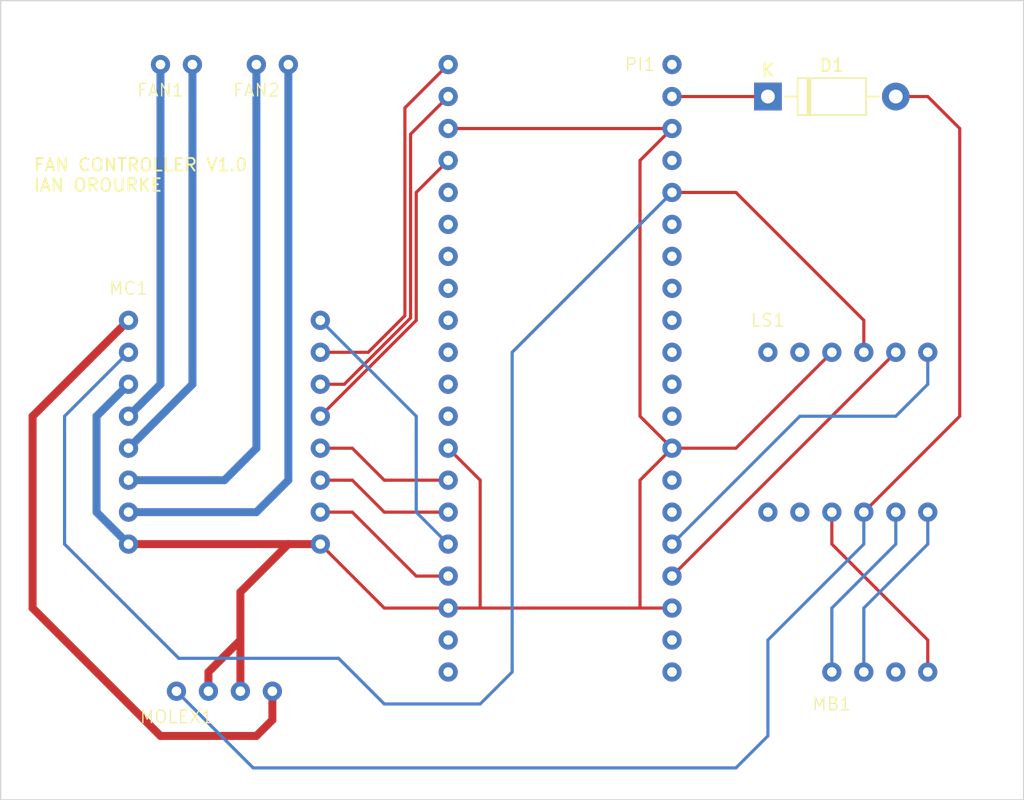
<source format=kicad_pcb>
(kicad_pcb (version 20221018) (generator pcbnew)
  (title_block (title "PC Case Voltage Fan Adapter") (rev "1"))
  (layers (0 "F.Cu" signal) (31 "B.Cu" signal) (34 "B.Paste" user) (35 "F.Paste" user) (36 "B.SilkS" user "B.Silkscreen") (37 "F.SilkS" user "F.Silkscreen") (38 "B.Mask" user) (39 "F.Mask" user) (44 "Edge.Cuts" user))
  (net 0 "")
  (net 1 "Net-(D1-K)")
  (net 2 "Net-(D1-A)")
  (net 3 "Net-(FAN1-GND)")
  (net 4 "Net-(FAN1-+12V)")
  (net 5 "Net-(FAN2-GND)")
  (net 6 "Net-(FAN2-+12V)")
  (net 7 "Net-(MC1-VM)")
  (net 8 "Net-(MC1-PWMB)")
  (net 9 "Net-(MC1-BIN2)")
  (net 10 "Net-(MC1-BIN1)")
  (net 11 "Net-(MC1-STBY)")
  (net 12 "Net-(MC1-AIN1)")
  (net 13 "Net-(MC1-AIN2)")
  (net 14 "Net-(MC1-PWMA)")
  (net 26 "Net-(PI1-GPIO19)")
  (net 27 "Net-(PI1-GPIO18)")
  (net 37 "Net-(LS1-LV)")
  (net 42 "Net-(MB1-TACH)")
  (net 43 "Net-(MB1-PWM)")
  (net 44 "Net-(MB1-GND)")
  (net 49 "Net-(LS1-GND-Pad4)")
  (footprint "Diode_THT:D_DO-41_SOD81_P10.16mm_Horizontal" (layer "F.Cu") (at 137.16 63.5)
    (fp_text reference "D1" (at 5.08 -2.47) (layer "F.SilkS"))
    (fp_text value "1N5817")
    (fp_text user "K" (at 0 -2.1) (layer "F.SilkS"))
    (fp_line (start 1.34 0) (end 2.36 0) (stroke (width 0.12)) (layer "F.SilkS"))
    (fp_line (start 2.36 -1.47) (end 2.36 1.47) (stroke (width 0.12)) (layer "F.SilkS"))
    (fp_line (start 2.36 1.47) (end 7.8 1.47) (stroke (width 0.12)) (layer "F.SilkS"))
    (fp_line (start 3.14 -1.47) (end 3.14 1.47) (stroke (width 0.12)) (layer "F.SilkS"))
    (fp_line (start 3.26 -1.47) (end 3.26 1.47) (stroke (width 0.12)) (layer "F.SilkS"))
    (fp_line (start 3.38 -1.47) (end 3.38 1.47) (stroke (width 0.12)) (layer "F.SilkS"))
    (fp_line (start 7.8 -1.47) (end 2.36 -1.47) (stroke (width 0.12)) (layer "F.SilkS"))
    (fp_line (start 7.8 1.47) (end 7.8 -1.47) (stroke (width 0.12)) (layer "F.SilkS"))
    (fp_line (start 8.82 0) (end 7.8 0) (stroke (width 0.12)) (layer "F.SilkS"))
    (pad "1" thru_hole rect (at 0 0) (size 2.2 2.2) (drill 1.1) (layers "*.Cu" "*.Mask") (net 1 "Net-(D1-K)"))
    (pad "2" thru_hole oval (at 10.16 0) (size 2.2 2.2) (drill 1.1) (layers "*.Cu" "*.Mask") (net 2 "Net-(D1-A)"))
  )
  (footprint "Project Components:SF-TB6612FNG" (layer "F.Cu") (at 86.36 88.9)
    (fp_text reference "MC1" (at 0 -10.16 unlocked) (layer "F.SilkS") (effects (font (thickness 0.1))))
    (fp_text value "SF-TB6612FNG")
    (pad "1" thru_hole circle (at 0 10.16) (size 1.524 1.524) (drill 0.762) (layers "*.Cu" "*.Mask") (net 49 "Net-(LS1-GND-Pad4)"))
    (pad "2" thru_hole circle (at 0 7.62) (size 1.524 1.524) (drill 0.762) (layers "*.Cu" "*.Mask") (net 6 "Net-(FAN2-+12V)"))
    (pad "3" thru_hole circle (at 0 5.08) (size 1.524 1.524) (drill 0.762) (layers "*.Cu" "*.Mask") (net 5 "Net-(FAN2-GND)"))
    (pad "4" thru_hole circle (at 0 2.54) (size 1.524 1.524) (drill 0.762) (layers "*.Cu" "*.Mask") (net 4 "Net-(FAN1-+12V)"))
    (pad "5" thru_hole circle (at 0 0) (size 1.524 1.524) (drill 0.762) (layers "*.Cu" "*.Mask") (net 3 "Net-(FAN1-GND)"))
    (pad "6" thru_hole circle (at 0 -2.54) (size 1.524 1.524) (drill 0.762) (layers "*.Cu" "*.Mask") (net 49 "Net-(LS1-GND-Pad4)"))
    (pad "7" thru_hole circle (at 0 -5.08) (size 1.524 1.524) (drill 0.762) (layers "*.Cu" "*.Mask") (net 37 "Net-(LS1-LV)"))
    (pad "8" thru_hole circle (at 0 -7.62) (size 1.524 1.524) (drill 0.762) (layers "*.Cu" "*.Mask") (net 7 "Net-(MC1-VM)"))
    (pad "9" thru_hole circle (at 15.24 10.16) (size 1.524 1.524) (drill 0.762) (layers "*.Cu" "*.Mask") (net 49 "Net-(LS1-GND-Pad4)"))
    (pad "10" thru_hole circle (at 15.24 7.62) (size 1.524 1.524) (drill 0.762) (layers "*.Cu" "*.Mask") (net 8 "Net-(MC1-PWMB)"))
    (pad "11" thru_hole circle (at 15.24 5.08) (size 1.524 1.524) (drill 0.762) (layers "*.Cu" "*.Mask") (net 9 "Net-(MC1-BIN2)"))
    (pad "12" thru_hole circle (at 15.24 2.54) (size 1.524 1.524) (drill 0.762) (layers "*.Cu" "*.Mask") (net 10 "Net-(MC1-BIN1)"))
    (pad "13" thru_hole circle (at 15.24 0) (size 1.524 1.524) (drill 0.762) (layers "*.Cu" "*.Mask") (net 11 "Net-(MC1-STBY)"))
    (pad "14" thru_hole circle (at 15.24 -2.54) (size 1.524 1.524) (drill 0.762) (layers "*.Cu" "*.Mask") (net 12 "Net-(MC1-AIN1)"))
    (pad "15" thru_hole circle (at 15.24 -5.08) (size 1.524 1.524) (drill 0.762) (layers "*.Cu" "*.Mask") (net 13 "Net-(MC1-AIN2)"))
    (pad "16" thru_hole circle (at 15.24 -7.62) (size 1.524 1.524) (drill 0.762) (layers "*.Cu" "*.Mask") (net 14 "Net-(MC1-PWMA)"))
  )
  (footprint "Project Components:Level_Shifter" (layer "F.Cu") (at 137.16 96.52 90)
    (fp_text reference "LS1" (at 15.24 0 unlocked) (layer "F.SilkS") (effects (font (thickness 0.1))))
    (fp_text value "~")
    (pad "1" thru_hole circle (at 12.7 12.7 90) (size 1.524 1.524) (drill 0.762) (layers "*.Cu" "*.Mask") (net 26 "Net-(PI1-GPIO19)"))
    (pad "2" thru_hole circle (at 12.7 10.16 90) (size 1.524 1.524) (drill 0.762) (layers "*.Cu" "*.Mask") (net 27 "Net-(PI1-GPIO18)"))
    (pad "3" thru_hole circle (at 12.7 7.62 90) (size 1.524 1.524) (drill 0.762) (layers "*.Cu" "*.Mask") (net 37 "Net-(LS1-LV)"))
    (pad "4" thru_hole circle (at 12.7 5.08 90) (size 1.524 1.524) (drill 0.762) (layers "*.Cu" "*.Mask") (net 49 "Net-(LS1-GND-Pad4)"))
    (pad "5" thru_hole circle (at 12.7 2.54 90) (size 1.524 1.524) (drill 0.762) (layers "*.Cu" "*.Mask"))
    (pad "6" thru_hole circle (at 12.7 0 90) (size 1.524 1.524) (drill 0.762) (layers "*.Cu" "*.Mask"))
    (pad "7" thru_hole circle (at 0 12.7 90) (size 1.524 1.524) (drill 0.762) (layers "*.Cu" "*.Mask") (net 42 "Net-(MB1-TACH)"))
    (pad "8" thru_hole circle (at 0 10.16 90) (size 1.524 1.524) (drill 0.762) (layers "*.Cu" "*.Mask") (net 43 "Net-(MB1-PWM)"))
    (pad "9" thru_hole circle (at 0 7.62 90) (size 1.524 1.524) (drill 0.762) (layers "*.Cu" "*.Mask") (net 2 "Net-(D1-A)"))
    (pad "10" thru_hole circle (at 0 5.08 90) (size 1.524 1.524) (drill 0.762) (layers "*.Cu" "*.Mask") (net 44 "Net-(MB1-GND)"))
    (pad "11" thru_hole circle (at 0 2.54 90) (size 1.524 1.524) (drill 0.762) (layers "*.Cu" "*.Mask"))
    (pad "12" thru_hole circle (at 0 0 90) (size 1.524 1.524) (drill 0.762) (layers "*.Cu" "*.Mask"))
  )
  (footprint "Project Components:Fan Connector" (layer "F.Cu") (at 96.52 63.5)
    (fp_text reference "FAN2" (at 0 -0.5 unlocked) (layer "F.SilkS") (effects (font (thickness 0.1))))
    (fp_text value "~")
    (pad "1" thru_hole circle (at 0 -2.54) (size 1.524 1.524) (drill 0.762) (layers "*.Cu" "*.Mask") (net 5 "Net-(FAN2-GND)"))
    (pad "2" thru_hole circle (at 2.54 -2.54) (size 1.524 1.524) (drill 0.762) (layers "*.Cu" "*.Mask") (net 6 "Net-(FAN2-+12V)"))
  )
  (footprint "Project Components:MB_Fan_Header" (layer "F.Cu") (at 149.86 106.68 180)
    (fp_text reference "MB1" (at 7.62 -5.08 unlocked) (layer "F.SilkS") (effects (font (thickness 0.1))))
    (fp_text value "~")
    (pad "1" thru_hole circle (at 0 -2.54 180) (size 1.524 1.524) (drill 0.762) (layers "*.Cu" "*.Mask") (net 44 "Net-(MB1-GND)"))
    (pad "2" thru_hole circle (at 2.54 -2.54 180) (size 1.524 1.524) (drill 0.762) (layers "*.Cu" "*.Mask"))
    (pad "3" thru_hole circle (at 5.08 -2.54 180) (size 1.524 1.524) (drill 0.762) (layers "*.Cu" "*.Mask") (net 42 "Net-(MB1-TACH)"))
    (pad "4" thru_hole circle (at 7.62 -2.54 180) (size 1.524 1.524) (drill 0.762) (layers "*.Cu" "*.Mask") (net 43 "Net-(MB1-PWM)"))
  )
  (footprint "Project Components:Fan Connector" (layer "F.Cu") (at 88.9 63.5)
    (fp_text reference "FAN1" (at 0 -0.5 unlocked) (layer "F.SilkS") (effects (font (thickness 0.1))))
    (fp_text value "~")
    (pad "1" thru_hole circle (at 0 -2.54) (size 1.524 1.524) (drill 0.762) (layers "*.Cu" "*.Mask") (net 3 "Net-(FAN1-GND)"))
    (pad "2" thru_hole circle (at 2.54 -2.54) (size 1.524 1.524) (drill 0.762) (layers "*.Cu" "*.Mask") (net 4 "Net-(FAN1-+12V)"))
  )
  (footprint "Project Components:RPi Pico" (layer "F.Cu") (at 111.76 81.28)
    (fp_text reference "PI1" (at 15.24 -20.32 unlocked) (layer "F.SilkS") (effects (font (thickness 0.1))))
    (fp_text value "RPi Pico")
    (pad "1" thru_hole circle (at 0 -20.32) (size 1.524 1.524) (drill 0.762) (layers "*.Cu" "*.Mask") (net 13 "Net-(MC1-AIN2)"))
    (pad "2" thru_hole circle (at 0 -17.78) (size 1.524 1.524) (drill 0.762) (layers "*.Cu" "*.Mask") (net 12 "Net-(MC1-AIN1)"))
    (pad "3" thru_hole circle (at 0 -15.24) (size 1.524 1.524) (drill 0.762) (layers "*.Cu" "*.Mask") (net 49 "Net-(LS1-GND-Pad4)"))
    (pad "4" thru_hole circle (at 0 -12.7) (size 1.524 1.524) (drill 0.762) (layers "*.Cu" "*.Mask") (net 11 "Net-(MC1-STBY)"))
    (pad "5" thru_hole circle (at 0 -10.16) (size 1.524 1.524) (drill 0.762) (layers "*.Cu" "*.Mask"))
    (pad "6" thru_hole circle (at 0 -7.62) (size 1.524 1.524) (drill 0.762) (layers "*.Cu" "*.Mask"))
    (pad "7" thru_hole circle (at 0 -5.08) (size 1.524 1.524) (drill 0.762) (layers "*.Cu" "*.Mask"))
    (pad "8" thru_hole circle (at 0 -2.54) (size 1.524 1.524) (drill 0.762) (layers "*.Cu" "*.Mask"))
    (pad "9" thru_hole circle (at 0 0) (size 1.524 1.524) (drill 0.762) (layers "*.Cu" "*.Mask"))
    (pad "10" thru_hole circle (at 0 2.54) (size 1.524 1.524) (drill 0.762) (layers "*.Cu" "*.Mask"))
    (pad "11" thru_hole circle (at 0 5.08) (size 1.524 1.524) (drill 0.762) (layers "*.Cu" "*.Mask"))
    (pad "12" thru_hole circle (at 0 7.62) (size 1.524 1.524) (drill 0.762) (layers "*.Cu" "*.Mask"))
    (pad "13" thru_hole circle (at 0 10.16) (size 1.524 1.524) (drill 0.762) (layers "*.Cu" "*.Mask") (net 49 "Net-(LS1-GND-Pad4)"))
    (pad "14" thru_hole circle (at 0 12.7) (size 1.524 1.524) (drill 0.762) (layers "*.Cu" "*.Mask") (net 10 "Net-(MC1-BIN1)"))
    (pad "15" thru_hole circle (at 0 15.24) (size 1.524 1.524) (drill 0.762) (layers "*.Cu" "*.Mask") (net 9 "Net-(MC1-BIN2)"))
    (pad "16" thru_hole circle (at 0 17.78) (size 1.524 1.524) (drill 0.762) (layers "*.Cu" "*.Mask") (net 14 "Net-(MC1-PWMA)"))
    (pad "17" thru_hole circle (at 0 20.32) (size 1.524 1.524) (drill 0.762) (layers "*.Cu" "*.Mask") (net 8 "Net-(MC1-PWMB)"))
    (pad "18" thru_hole circle (at 0 22.86) (size 1.524 1.524) (drill 0.762) (layers "*.Cu" "*.Mask") (net 49 "Net-(LS1-GND-Pad4)"))
    (pad "19" thru_hole circle (at 0 25.4) (size 1.524 1.524) (drill 0.762) (layers "*.Cu" "*.Mask"))
    (pad "20" thru_hole circle (at 0 27.94) (size 1.524 1.524) (drill 0.762) (layers "*.Cu" "*.Mask"))
    (pad "21" thru_hole circle (at 17.78 27.94) (size 1.524 1.524) (drill 0.762) (layers "*.Cu" "*.Mask"))
    (pad "22" thru_hole circle (at 17.78 25.4) (size 1.524 1.524) (drill 0.762) (layers "*.Cu" "*.Mask"))
    (pad "23" thru_hole circle (at 17.78 22.86) (size 1.524 1.524) (drill 0.762) (layers "*.Cu" "*.Mask") (net 49 "Net-(LS1-GND-Pad4)"))
    (pad "24" thru_hole circle (at 17.78 20.32) (size 1.524 1.524) (drill 0.762) (layers "*.Cu" "*.Mask") (net 27 "Net-(PI1-GPIO18)"))
    (pad "25" thru_hole circle (at 17.78 17.78) (size 1.524 1.524) (drill 0.762) (layers "*.Cu" "*.Mask") (net 26 "Net-(PI1-GPIO19)"))
    (pad "26" thru_hole circle (at 17.78 15.24) (size 1.524 1.524) (drill 0.762) (layers "*.Cu" "*.Mask"))
    (pad "27" thru_hole circle (at 17.78 12.7) (size 1.524 1.524) (drill 0.762) (layers "*.Cu" "*.Mask"))
    (pad "28" thru_hole circle (at 17.78 10.16) (size 1.524 1.524) (drill 0.762) (layers "*.Cu" "*.Mask") (net 49 "Net-(LS1-GND-Pad4)"))
    (pad "29" thru_hole circle (at 17.78 7.62) (size 1.524 1.524) (drill 0.762) (layers "*.Cu" "*.Mask"))
    (pad "30" thru_hole circle (at 17.78 5.08) (size 1.524 1.524) (drill 0.762) (layers "*.Cu" "*.Mask"))
    (pad "31" thru_hole circle (at 17.78 2.54) (size 1.524 1.524) (drill 0.762) (layers "*.Cu" "*.Mask"))
    (pad "32" thru_hole circle (at 17.78 0) (size 1.524 1.524) (drill 0.762) (layers "*.Cu" "*.Mask"))
    (pad "33" thru_hole circle (at 17.78 -2.54) (size 1.524 1.524) (drill 0.762) (layers "*.Cu" "*.Mask"))
    (pad "34" thru_hole circle (at 17.78 -5.08) (size 1.524 1.524) (drill 0.762) (layers "*.Cu" "*.Mask"))
    (pad "35" thru_hole circle (at 17.78 -7.62) (size 1.524 1.524) (drill 0.762) (layers "*.Cu" "*.Mask"))
    (pad "36" thru_hole circle (at 17.78 -10.16) (size 1.524 1.524) (drill 0.762) (layers "*.Cu" "*.Mask") (net 37 "Net-(LS1-LV)"))
    (pad "37" thru_hole circle (at 17.78 -12.7) (size 1.524 1.524) (drill 0.762) (layers "*.Cu" "*.Mask"))
    (pad "38" thru_hole circle (at 17.78 -15.24) (size 1.524 1.524) (drill 0.762) (layers "*.Cu" "*.Mask") (net 49 "Net-(LS1-GND-Pad4)"))
    (pad "39" thru_hole circle (at 17.78 -17.78) (size 1.524 1.524) (drill 0.762) (layers "*.Cu" "*.Mask") (net 1 "Net-(D1-K)"))
    (pad "40" thru_hole circle (at 17.78 -20.32) (size 1.524 1.524) (drill 0.762) (layers "*.Cu" "*.Mask"))
  )
  (footprint "Project Components:Molex Connector" (layer "F.Cu") (at 90.17 113.286)
    (fp_text reference "MOLEX1" (at 0 -0.5 unlocked) (layer "F.SilkS") (effects (font (thickness 0.1))))
    (fp_text value "MOLEX")
    (pad "1" thru_hole circle (at 0 -2.54) (size 1.524 1.524) (drill 0.762) (layers "*.Cu" "*.Mask") (net 2 "Net-(D1-A)"))
    (pad "2" thru_hole circle (at 2.54 -2.54) (size 1.524 1.524) (drill 0.762) (layers "*.Cu" "*.Mask") (net 49 "Net-(LS1-GND-Pad4)"))
    (pad "3" thru_hole circle (at 5.08 -2.54) (size 1.524 1.524) (drill 0.762) (layers "*.Cu" "*.Mask") (net 49 "Net-(LS1-GND-Pad4)"))
    (pad "4" thru_hole circle (at 7.62 -2.54) (size 1.524 1.524) (drill 0.762) (layers "*.Cu" "*.Mask") (net 7 "Net-(MC1-VM)"))
  )
  (gr_rect (start 76.2 55.88) (end 157.48 119.38) (stroke (width 0.1)) (fill none) (layer "Edge.Cuts"))
  (gr_text "FAN CONTROLLER V1.0\nIAN OROURKE\n" (at 78.74 71.12) (layer "F.SilkS") (effects (font (size 1 1)) (justify left bottom)))
  (segment (start 137.16 63.5) (end 129.54 63.5) (width 0.25) (layer "F.Cu") (net 1))
  (segment (start 152.4 66.04) (end 152.4 88.9) (width 0.25) (layer "F.Cu") (net 2))
  (segment (start 152.4 88.9) (end 144.78 96.52) (width 0.25) (layer "F.Cu") (net 2))
  (segment (start 149.86 63.5) (end 152.4 66.04) (width 0.25) (layer "F.Cu") (net 2))
  (segment (start 147.32 63.5) (end 149.86 63.5) (width 0.25) (layer "F.Cu") (net 2))
  (segment (start 137.16 114.3) (end 137.16 106.68) (width 0.25) (layer "B.Cu") (net 2))
  (segment (start 137.16 106.68) (end 144.78 99.06) (width 0.25) (layer "B.Cu") (net 2))
  (segment (start 90.17 110.746) (end 96.264 116.84) (width 0.25) (layer "B.Cu") (net 2))
  (segment (start 144.78 99.06) (end 144.78 96.52) (width 0.25) (layer "B.Cu") (net 2))
  (segment (start 134.62 116.84) (end 137.16 114.3) (width 0.25) (layer "B.Cu") (net 2))
  (segment (start 96.264 116.84) (end 134.62 116.84) (width 0.25) (layer "B.Cu") (net 2))
  (segment (start 86.36 88.9) (end 88.9 86.36) (width 0.635) (layer "B.Cu") (net 3))
  (segment (start 88.9 86.36) (end 88.9 60.96) (width 0.635) (layer "B.Cu") (net 3))
  (segment (start 91.44 86.36) (end 91.44 60.96) (width 0.635) (layer "B.Cu") (net 4))
  (segment (start 86.36 91.44) (end 91.44 86.36) (width 0.635) (layer "B.Cu") (net 4))
  (segment (start 96.52 60.96) (end 96.52 91.44) (width 0.635) (layer "B.Cu") (net 5))
  (segment (start 96.52 91.44) (end 93.98 93.98) (width 0.635) (layer "B.Cu") (net 5))
  (segment (start 93.98 93.98) (end 86.36 93.98) (width 0.635) (layer "B.Cu") (net 5))
  (segment (start 99.06 93.98) (end 96.52 96.52) (width 0.635) (layer "B.Cu") (net 6))
  (segment (start 86.36 96.52) (end 96.52 96.52) (width 0.635) (layer "B.Cu") (net 6))
  (segment (start 99.06 60.96) (end 99.06 93.98) (width 0.635) (layer "B.Cu") (net 6))
  (segment (start 78.74 88.9) (end 86.36 81.28) (width 0.635) (layer "F.Cu") (net 7))
  (segment (start 88.9 114.3) (end 78.74 104.14) (width 0.635) (layer "F.Cu") (net 7))
  (segment (start 78.74 104.14) (end 78.74 88.9) (width 0.635) (layer "F.Cu") (net 7))
  (segment (start 96.52 114.3) (end 88.9 114.3) (width 0.635) (layer "F.Cu") (net 7))
  (segment (start 97.79 113.03) (end 96.52 114.3) (width 0.635) (layer "F.Cu") (net 7))
  (segment (start 97.79 110.746) (end 97.79 113.03) (width 0.635) (layer "F.Cu") (net 7))
  (segment (start 109.22 101.6) (end 111.76 101.6) (width 0.25) (layer "F.Cu") (net 8))
  (segment (start 101.6 96.52) (end 104.14 96.52) (width 0.25) (layer "F.Cu") (net 8))
  (segment (start 104.14 96.52) (end 109.22 101.6) (width 0.25) (layer "F.Cu") (net 8))
  (segment (start 101.6 93.98) (end 104.14 93.98) (width 0.25) (layer "F.Cu") (net 9))
  (segment (start 104.14 93.98) (end 106.68 96.52) (width 0.25) (layer "F.Cu") (net 9))
  (segment (start 106.68 96.52) (end 111.76 96.52) (width 0.25) (layer "F.Cu") (net 9))
  (segment (start 106.68 93.98) (end 111.76 93.98) (width 0.25) (layer "F.Cu") (net 10))
  (segment (start 101.6 91.44) (end 104.14 91.44) (width 0.25) (layer "F.Cu") (net 10))
  (segment (start 104.14 91.44) (end 106.68 93.98) (width 0.25) (layer "F.Cu") (net 10))
  (segment (start 109.22 71.12) (end 111.76 68.58) (width 0.25) (layer "F.Cu") (net 11))
  (segment (start 109.22 81.28) (end 109.22 71.12) (width 0.25) (layer "F.Cu") (net 11))
  (segment (start 101.6 88.9) (end 109.22 81.28) (width 0.25) (layer "F.Cu") (net 11))
  (segment (start 101.6 86.36) (end 103.503604 86.36) (width 0.25) (layer "F.Cu") (net 12))
  (segment (start 108.77 66.49) (end 111.76 63.5) (width 0.25) (layer "F.Cu") (net 12))
  (segment (start 108.77 81.093604) (end 108.77 66.49) (width 0.25) (layer "F.Cu") (net 12))
  (segment (start 103.503604 86.36) (end 108.77 81.093604) (width 0.25) (layer "F.Cu") (net 12))
  (segment (start 108.32 80.907208) (end 108.32 64.4) (width 0.25) (layer "F.Cu") (net 13))
  (segment (start 101.6 83.82) (end 105.407208 83.82) (width 0.25) (layer "F.Cu") (net 13))
  (segment (start 105.407208 83.82) (end 108.32 80.907208) (width 0.25) (layer "F.Cu") (net 13))
  (segment (start 108.32 64.4) (end 111.76 60.96) (width 0.25) (layer "F.Cu") (net 13))
  (segment (start 109.22 88.9) (end 109.22 96.52) (width 0.25) (layer "B.Cu") (net 14))
  (segment (start 101.6 81.28) (end 109.22 88.9) (width 0.25) (layer "B.Cu") (net 14))
  (segment (start 109.22 96.52) (end 111.76 99.06) (width 0.25) (layer "B.Cu") (net 14))
  (segment (start 149.86 86.36) (end 149.86 83.82) (width 0.25) (layer "B.Cu") (net 26))
  (segment (start 129.54 99.06) (end 139.7 88.9) (width 0.25) (layer "B.Cu") (net 26))
  (segment (start 147.32 88.9) (end 149.86 86.36) (width 0.25) (layer "B.Cu") (net 26))
  (segment (start 139.7 88.9) (end 147.32 88.9) (width 0.25) (layer "B.Cu") (net 26))
  (segment (start 147.32 83.82) (end 129.54 101.6) (width 0.25) (layer "F.Cu") (net 27))
  (segment (start 144.78 81.28) (end 144.78 83.82) (width 0.25) (layer "F.Cu") (net 37))
  (segment (start 129.54 71.12) (end 134.62 71.12) (width 0.25) (layer "F.Cu") (net 37))
  (segment (start 134.62 71.12) (end 144.78 81.28) (width 0.25) (layer "F.Cu") (net 37))
  (segment (start 116.84 83.82) (end 116.84 109.22) (width 0.25) (layer "B.Cu") (net 37))
  (segment (start 129.54 71.12) (end 116.84 83.82) (width 0.25) (layer "B.Cu") (net 37))
  (segment (start 114.3 111.76) (end 106.68 111.76) (width 0.25) (layer "B.Cu") (net 37))
  (segment (start 81.28 88.9) (end 86.36 83.82) (width 0.25) (layer "B.Cu") (net 37))
  (segment (start 116.84 109.22) (end 114.3 111.76) (width 0.25) (layer "B.Cu") (net 37))
  (segment (start 103.053 108.133) (end 90.353 108.133) (width 0.25) (layer "B.Cu") (net 37))
  (segment (start 106.68 111.76) (end 103.053 108.133) (width 0.25) (layer "B.Cu") (net 37))
  (segment (start 81.28 99.06) (end 81.28 88.9) (width 0.25) (layer "B.Cu") (net 37))
  (segment (start 90.353 108.133) (end 81.28 99.06) (width 0.25) (layer "B.Cu") (net 37))
  (segment (start 149.86 96.52) (end 149.86 99.06) (width 0.25) (layer "B.Cu") (net 42))
  (segment (start 149.86 99.06) (end 144.78 104.14) (width 0.25) (layer "B.Cu") (net 42))
  (segment (start 144.78 104.14) (end 144.78 109.22) (width 0.25) (layer "B.Cu") (net 42))
  (segment (start 147.32 99.06) (end 142.24 104.14) (width 0.25) (layer "B.Cu") (net 43))
  (segment (start 142.24 104.14) (end 142.24 109.22) (width 0.25) (layer "B.Cu") (net 43))
  (segment (start 147.32 96.52) (end 147.32 99.06) (width 0.25) (layer "B.Cu") (net 43))
  (segment (start 149.86 106.68) (end 149.86 109.22) (width 0.25) (layer "F.Cu") (net 44))
  (segment (start 149.86 106.68) (end 142.24 99.06) (width 0.25) (layer "F.Cu") (net 44))
  (segment (start 142.24 99.06) (end 142.24 96.52) (width 0.25) (layer "F.Cu") (net 44))
  (segment (start 92.71 110.746) (end 92.71 109.22) (width 0.635) (layer "F.Cu") (net 49))
  (segment (start 111.76 66.04) (end 129.54 66.04) (width 0.25) (layer "F.Cu") (net 49))
  (segment (start 86.36 99.06) (end 99.06 99.06) (width 0.635) (layer "F.Cu") (net 49))
  (segment (start 127 68.58) (end 127 88.9) (width 0.25) (layer "F.Cu") (net 49))
  (segment (start 129.54 91.44) (end 127 93.98) (width 0.25) (layer "F.Cu") (net 49))
  (segment (start 127 93.98) (end 127 104.14) (width 0.25) (layer "F.Cu") (net 49))
  (segment (start 111.76 91.44) (end 114.3 93.98) (width 0.25) (layer "F.Cu") (net 49))
  (segment (start 95.25 106.68) (end 95.25 102.87) (width 0.635) (layer "F.Cu") (net 49))
  (segment (start 111.76 104.14) (end 127 104.14) (width 0.25) (layer "F.Cu") (net 49))
  (segment (start 134.62 91.44) (end 142.24 83.82) (width 0.25) (layer "F.Cu") (net 49))
  (segment (start 99.06 99.06) (end 101.6 99.06) (width 0.635) (layer "F.Cu") (net 49))
  (segment (start 127 104.14) (end 129.54 104.14) (width 0.25) (layer "F.Cu") (net 49))
  (segment (start 129.54 66.04) (end 127 68.58) (width 0.25) (layer "F.Cu") (net 49))
  (segment (start 111.76 104.14) (end 106.68 104.14) (width 0.25) (layer "F.Cu") (net 49))
  (segment (start 95.25 110.746) (end 95.25 106.68) (width 0.635) (layer "F.Cu") (net 49))
  (segment (start 106.68 104.14) (end 101.6 99.06) (width 0.25) (layer "F.Cu") (net 49))
  (segment (start 127 88.9) (end 129.54 91.44) (width 0.25) (layer "F.Cu") (net 49))
  (segment (start 114.3 93.98) (end 114.3 104.14) (width 0.25) (layer "F.Cu") (net 49))
  (segment (start 92.71 109.22) (end 95.25 106.68) (width 0.635) (layer "F.Cu") (net 49))
  (segment (start 129.54 91.44) (end 134.62 91.44) (width 0.25) (layer "F.Cu") (net 49))
  (segment (start 95.25 102.87) (end 99.06 99.06) (width 0.635) (layer "F.Cu") (net 49))
  (segment (start 86.36 99.06) (end 83.82 96.52) (width 0.635) (layer "B.Cu") (net 49))
  (segment (start 83.82 96.52) (end 83.82 88.9) (width 0.635) (layer "B.Cu") (net 49))
  (segment (start 83.82 88.9) (end 86.36 86.36) (width 0.635) (layer "B.Cu") (net 49))
)
</source>
